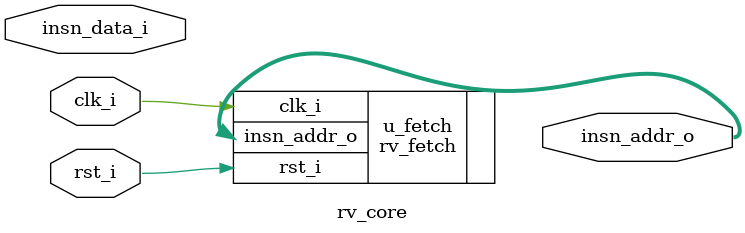
<source format=sv>
module rv_core #(
    parameter XLEN = 32
)(
    input clk_i,
    input rst_i,

    output [XLEN-1:0] insn_addr_o,
    input [XLEN-1:0] insn_data_i
);

rv_fetch #(
    .XLEN(XLEN))
u_fetch(
    .clk_i(clk_i),
    .rst_i(rst_i),
    .insn_addr_o(insn_addr_o)
);

logic [6:0] aluop;

rv_decode #(
    .XLEN(XLEN))
u_decode(
    .insn_i(insn_data_i),
    .aluop(aluop)
);

always @(posedge clk_i) begin
  $display("insn=", insn_data_i);
  $display("aluop=", aluop);
end

endmodule

</source>
